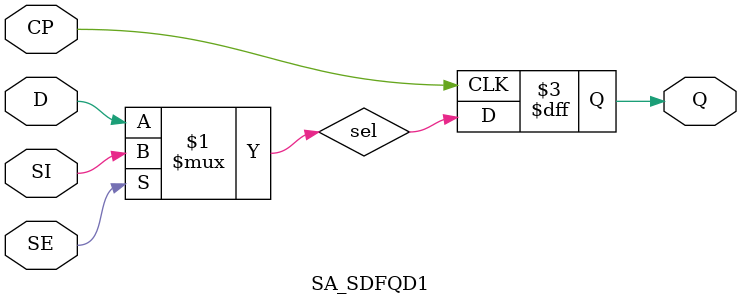
<source format=v>
module SA_SDFQD1 (
  SI
 ,D
 ,SE
 ,CP
 ,Q
 );
input SI ;
input D ;
input SE ;
input CP ;
output Q ;
reg Q;
assign sel = SE ? SI : D;
always @(posedge CP)
begin
    Q <= sel;
end
endmodule

</source>
